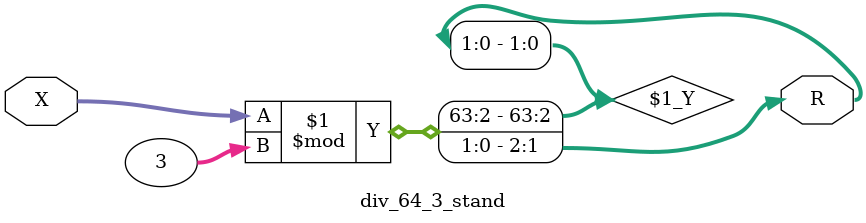
<source format=v>
module div_64_3_stand( X, R);//, R);


input  [64:1] X;
//output [63:1] Q; 
output [2:1] R;

//assign Q = X / 3;

assign R = X % 3;


endmodule

</source>
